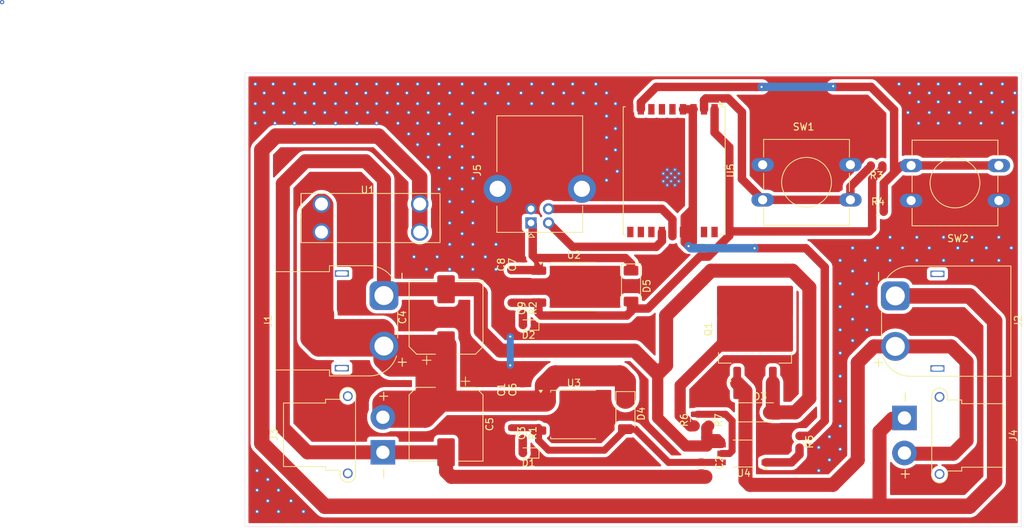
<source format=kicad_pcb>
(kicad_pcb (version 20240108) (generator "pcbnew") (generator_version "8.0")
  (layers (0 "F.Cu" signal) (31 "B.Cu" signal) (34 "B.Paste" user) (35 "F.Paste" user) (36 "B.SilkS" user "B.Silkscreen") (37 "F.SilkS" user "F.Silkscreen") (38 "B.Mask" user) (39 "F.Mask" user) (44 "Edge.Cuts" user))
  (net 0 "")
  (net 1 "+24V")
  (net 2 "+12V")
  (net 3 "GND1")
  (net 4 "+5V")
  (net 5 "+3.3V")
  (net 6 "Net-(D1-A)")
  (net 7 "Net-(D2-A)")
  (net 8 "-1")
  (net 9 "+1")
  (net 10 "USB+")
  (net 11 "GND")
  (net 12 "USB-")
  (net 13 "Net-(Q1-G)")
  (net 14 "Net-(U5-EN)")
  (net 15 "Net-(U5-IO9)")
  (net 16 "Net-(R5-Pad2)")
  (net 17 "Ps1")
  (net 18 "Net-(R6-Pad2)")
  (footprint "Resistor_SMD:R_0603_1608Metric" (layer "F.Cu") (at 177.6 98 -90)
    (property "Reference" "R5")
    (property "Value" "R")
  )
  (footprint "Resistor_SMD:R_0603_1608Metric" (layer "F.Cu") (at 138.2 78.95 -90)
    (property "Reference" "R2")
    (property "Value" "R")
  )
  (footprint "Connector_AMASS:AMASS_XT60PW-M_1x02_P7.20mm_Horizontal" (layer "F.Cu") (at 191.25 77.2 -90)
    (property "Reference" "J2")
    (property "Value" "Conn_01x02")
  )
  (footprint "Connector_USB:USB_B_Lumberg_2411_02_Horizontal" (layer "F.Cu") (at 139.35 66.7875 90)
    (property "Reference" "J5")
    (property "Value" "USB_B")
  )
  (footprint "Diode_SMD:D_SOD-128" (layer "F.Cu") (at 152.8 94 -90)
    (property "Reference" "D4")
    (property "Value" "D")
  )
  (footprint "Resistor_SMD:R_0603_1608Metric" (layer "F.Cu") (at 138.175 96.7575 -90)
    (property "Reference" "R1")
    (property "Value" "R")
  )
  (footprint "LED_SMD:LED_0603_1608Metric" (layer "F.Cu") (at 139 99.6 180)
    (property "Reference" "D1")
    (property "Value" "LED")
  )
  (footprint "Connector_AMASS:AMASS_XT30PW-F_1x02_P2.50mm_Horizontal" (layer "F.Cu") (at 192.55 94.6 -90)
    (property "Reference" "J4")
    (property "Value" "Conn_01x02")
  )
  (footprint "RF_Module:ESP32-C3-WROOM-02U" (layer "F.Cu") (at 159.5 59.34 -90)
    (property "Reference" "U5")
    (property "Value" "ESP32-C3-WROOM-02U")
  )
  (footprint "Capacitor_SMD:C_0603_1608Metric" (layer "F.Cu") (at 136.54 72.745 90)
    (property "Reference" "C8")
    (property "Value" "C")
  )
  (footprint "Capacitor_SMD:C_0603_1608Metric" (layer "F.Cu") (at 138.2 72.75 90)
    (property "Reference" "C7")
    (property "Value" "C")
  )
  (footprint "Connector_AMASS:AMASS_XT30PW-F_1x02_P2.50mm_Horizontal" (layer "F.Cu") (at 118.25 99.5 90)
    (property "Reference" "J3")
    (property "Value" "Conn_01x02")
  )
  (footprint "Resistor_SMD:R_0603_1608Metric" (layer "F.Cu") (at 188.575 58.6 180)
    (property "Reference" "R3")
    (property "Value" "R")
  )
  (footprint "Button_Switch_THT:SW_PUSH-12mm" (layer "F.Cu") (at 172.35 58.5)
    (property "Reference" "SW1")
    (property "Value" "SW_Push")
  )
  (footprint "Resistor_SMD:R_0603_1608Metric" (layer "F.Cu") (at 164.66 94.925 -90)
    (property "Reference" "R7")
    (property "Value" "R")
  )
  (footprint "Connector_AMASS:AMASS_XT60PW-F_1x02_P7.20mm_Horizontal" (layer "F.Cu") (at 118.4 77.15 90)
    (property "Reference" "J1")
    (property "Value" "Conn_01x02")
  )
  (footprint "Resistor_SMD:R_0603_1608Metric" (layer "F.Cu") (at 162.6 94.9 90)
    (property "Reference" "R6")
    (property "Value" "R")
  )
  (footprint "Capacitor_SMD:C_0603_1608Metric" (layer "F.Cu") (at 138.175 90.57 90)
    (property "Reference" "C6")
    (property "Value" "C")
  )
  (footprint "Resistor_SMD:R_0603_1608Metric" (layer "F.Cu") (at 188.775 65.2)
    (property "Reference" "R4")
    (property "Value" "R")
  )
  (footprint "Package_SO:MFSOP6-5_4.4x3.6mm_P1.27mm" (layer "F.Cu") (at 169.65 99.67 180)
    (property "Reference" "U4")
    (property "Value" "TLP137")
  )
  (footprint "Button_Switch_THT:SW_PUSH-12mm" (layer "F.Cu") (at 206 63.6 180)
    (property "Reference" "SW2")
    (property "Value" "SW_Push")
  )
  (footprint "Diode_SMD:D_SOD-128" (layer "F.Cu") (at 172 93.8)
    (property "Reference" "D3")
    (property "Value" "D")
  )
  (footprint "LED_SMD:LED_0603_1608Metric" (layer "F.Cu") (at 139 81.35 180)
    (property "Reference" "D2")
    (property "Value" "LED")
  )
  (footprint "Capacitor_SMD:C_0603_1608Metric" (layer "F.Cu") (at 136.6 78.95 -90)
    (property "Reference" "C9")
    (property "Value" "C")
  )
  (footprint "Capacitor_SMD:C_0603_1608Metric" (layer "F.Cu") (at 136.575 90.57 90)
    (property "Reference" "C1")
    (property "Value" "C")
  )
  (footprint "Library:XS-506A" (layer "F.Cu") (at 116.1 62.595)
    (property "Reference" "U1")
    (property "Value" "~")
  )
  (footprint "Capacitor_SMD:C_0603_1608Metric" (layer "F.Cu") (at 163.6 101.6 -90)
    (property "Reference" "C2")
    (property "Value" "C")
  )
  (footprint "Package_TO_SOT_SMD:TO-263-2" (layer "F.Cu") (at 171.26 81.95 90)
    (property "Reference" "Q1")
    (property "Value" "NMOS")
  )
  (footprint "Package_TO_SOT_SMD:TO-252-2" (layer "F.Cu") (at 145.465 94.12)
    (property "Reference" "U3")
    (property "Value" "L7812")
  )
  (footprint "Capacitor_SMD:CP_Elec_10x10" (layer "F.Cu") (at 127.25 95.5 -90)
    (property "Reference" "C5")
    (property "Value" "C_Polarized")
  )
  (footprint "Capacitor_SMD:CP_Elec_10x10" (layer "F.Cu") (at 127.25 80.25 90)
    (property "Reference" "C4")
    (property "Value" "C_Polarized")
  )
  (footprint "Capacitor_SMD:C_0603_1608Metric" (layer "F.Cu") (at 136.575 96.77 -90)
    (property "Reference" "C3")
    (property "Value" "C")
  )
  (footprint "Diode_SMD:D_SOD-128" (layer "F.Cu") (at 153.6 75.8 -90)
    (property "Reference" "D5")
    (property "Value" "D")
  )
  (footprint "Package_TO_SOT_SMD:TO-252-2" (layer "F.Cu") (at 145.465 75.875)
    (property "Reference" "U2")
    (property "Value" "LP2950-3.3_TO252")
  )
  (gr_rect (start 98.6 45.4) (end 209.2 110.1) (stroke (width 0.05)) (fill none) (layer "Edge.Cuts"))
  (via (at 64.008 35.306) (size 0.6) (drill 0.3) (layers "F.Cu" "B.Cu") (net 0))
  (segment (start 127.95 92.2) (end 126.55 92.2) (width 3) (layer "F.Cu") (net 1))
  (segment (start 118.5 84.25) (end 118.4 84.35) (width 3) (layer "F.Cu") (net 1))
  (segment (start 152 88.6) (end 152.8 89.4) (width 3) (layer "F.Cu") (net 1))
  (segment (start 118.2 82) (end 110.2 82) (width 3) (layer "F.Cu") (net 1))
  (segment (start 109.7 64.295) (end 109.5 64.095) (width 3) (layer "F.Cu") (net 1))
  (segment (start 118.4 84.35) (end 118.4 82.2) (width 3) (layer "F.Cu") (net 1))
  (segment (start 152.8 89.4) (end 152.8 91.8) (width 3) (layer "F.Cu") (net 1))
  (segment (start 109.8 81.6) (end 109.8 79.8) (width 3) (layer "F.Cu") (net 1))
  (segment (start 127.25 91.5) (end 127.95 92.2) (width 3) (layer "F.Cu") (net 1))
  (segment (start 109.5 64.095) (end 108 65.595) (width 3) (layer "F.Cu") (net 1))
  (segment (start 108 65.595) (end 108 83.2) (width 3) (layer "F.Cu") (net 1))
  (segment (start 118.4 82.2) (end 118.2 82) (width 3) (layer "F.Cu") (net 1))
  (segment (start 110.2 82) (end 109.8 81.6) (width 3) (layer "F.Cu") (net 1))
  (segment (start 109.7 79.7) (end 109.7 64.295) (width 3) (layer "F.Cu") (net 1))
  (segment (start 126.55 92.2) (end 124.25 94.5) (width 3) (layer "F.Cu") (net 1))
  (segment (start 124.4 92.2) (end 124.4 94.35) (width 3) (layer "F.Cu") (net 1))
  (segment (start 118.4 86.2) (end 119.4 87.2) (width 3) (layer "F.Cu") (net 1))
  (segment (start 119.4 87.2) (end 124.4 87.2) (width 3) (layer "F.Cu") (net 1))
  (segment (start 124.4 94.35) (end 124.25 94.5) (width 3) (layer "F.Cu") (net 1))
  (segment (start 124.4 84.25) (end 124.4 87.2) (width 3) (layer "F.Cu") (net 1))
  (segment (start 118.6 92.2) (end 124.4 92.2) (width 3) (layer "F.Cu") (net 1))
  (segment (start 127.25 84.25) (end 127.25 91.5) (width 3) (layer "F.Cu") (net 1))
  (segment (start 109.8 79.8) (end 109.7 79.7) (width 3) (layer "F.Cu") (net 1))
  (segment (start 118.4 84.35) (end 118.4 86.2) (width 3) (layer "F.Cu") (net 1))
  (segment (start 118.25 94.5) (end 124.25 94.5) (width 3) (layer "F.Cu") (net 1))
  (segment (start 124.4 84.25) (end 118.5 84.25) (width 3) (layer "F.Cu") (net 1))
  (segment (start 118.25 92.55) (end 118.6 92.2) (width 3) (layer "F.Cu") (net 1))
  (segment (start 142.8 88.6) (end 152 88.6) (width 3) (layer "F.Cu") (net 1))
  (segment (start 108 83.2) (end 109.15 84.35) (width 3) (layer "F.Cu") (net 1))
  (segment (start 127.95 92.2) (end 141.4 92.2) (width 3) (layer "F.Cu") (net 1))
  (segment (start 141.4 90) (end 142.8 88.6) (width 3) (layer "F.Cu") (net 1))
  (segment (start 118.25 94.5) (end 118.25 92.55) (width 3) (layer "F.Cu") (net 1))
  (segment (start 109.15 84.35) (end 118.4 84.35) (width 3) (layer "F.Cu") (net 1))
  (segment (start 127.25 84.25) (end 124.4 84.25) (width 3) (layer "F.Cu") (net 1))
  (segment (start 124.4 87.2) (end 124.4 92.2) (width 3) (layer "F.Cu") (net 1))
  (segment (start 141.4 92.2) (end 141.4 90) (width 3) (layer "F.Cu") (net 1))
  (segment (start 158.94 100.94) (end 166.5 100.94) (width 1) (layer "F.Cu") (net 2))
  (segment (start 136.575 95.995) (end 140.385 95.995) (width 1) (layer "F.Cu") (net 2))
  (segment (start 154.2 96.2) (end 158.94 100.94) (width 1) (layer "F.Cu") (net 2))
  (segment (start 140.425 97.775) (end 141.85 99.2) (width 1) (layer "F.Cu") (net 2))
  (segment (start 149.8 99.2) (end 152.8 96.2) (width 1) (layer "F.Cu") (net 2))
  (segment (start 152.8 96.2) (end 154.2 96.2) (width 1) (layer "F.Cu") (net 2))
  (segment (start 140.425 95.955) (end 140.425 97.775) (width 1) (layer "F.Cu") (net 2))
  (segment (start 141.85 99.2) (end 149.8 99.2) (width 1) (layer "F.Cu") (net 2))
  (segment (start 140.385 95.995) (end 140.425 95.955) (width 1) (layer "F.Cu") (net 2))
  (segment (start 119.3 76.25) (end 118.4 77.15) (width 2) (layer "F.Cu") (net 3))
  (segment (start 176.6 73.6) (end 165 73.6) (width 2) (layer "F.Cu") (net 3))
  (segment (start 127.25 102.25) (end 128 103) (width 2) (layer "F.Cu") (net 3))
  (segment (start 164.4 98.6) (end 161.4 98.6) (width 1.6) (layer "F.Cu") (net 3))
  (segment (start 164.4 97.4) (end 164.4 98.6) (width 1.6) (layer "F.Cu") (net 3))
  (segment (start 132.2 82.2) (end 132.2 76.8) (width 2) (layer "F.Cu") (net 3))
  (segment (start 131.65 76.25) (end 127.25 76.25) (width 2) (layer "F.Cu") (net 3))
  (segment (start 166 97.4) (end 164.4 97.4) (width 1) (layer "F.Cu") (net 3))
  (segment (start 157.4 88.3) (end 154.1 85) (width 2) (layer "F.Cu") (net 3))
  (segment (start 118.4 77.15) (end 118.4 60.6) (width 2) (layer "F.Cu") (net 3))
  (segment (start 135 85) (end 132.2 82.2) (width 2) (layer "F.Cu") (net 3))
  (segment (start 179 76) (end 176.6 73.6) (width 2) (layer "F.Cu") (net 3))
  (segment (start 173.8 93.4) (end 173.4 93.8) (width 2) (layer "F.Cu") (net 3))
  (segment (start 164.66 95.75) (end 164.4 96.01) (width 1.6) (layer "F.Cu") (net 3))
  (segment (start 158.6 87.1) (end 157.4 88.3) (width 2) (layer "F.Cu") (net 3))
  (segment (start 127.25 76.25) (end 119.3 76.25) (width 2) (layer "F.Cu") (net 3))
  (segment (start 166.5 97.9) (end 166 97.4) (width 1) (layer "F.Cu") (net 3))
  (segment (start 179 91.8) (end 179 76) (width 2) (layer "F.Cu") (net 3))
  (segment (start 165 73.6) (end 158.6 80) (width 2) (layer "F.Cu") (net 3))
  (segment (start 118.25 99.5) (end 127.25 99.5) (width 2) (layer "F.Cu") (net 3))
  (segment (start 104 61.2) (end 104 96) (width 2) (layer "F.Cu") (net 3))
  (segment (start 158.6 80) (end 158.6 87.1) (width 2) (layer "F.Cu") (net 3))
  (segment (start 164.6 98.4) (end 164.4 98.6) (width 1) (layer "F.Cu") (net 3))
  (segment (start 154.1 85) (end 135 85) (width 2) (layer "F.Cu") (net 3))
  (segment (start 115.8 58) (end 107.2 58) (width 2) (layer "F.Cu") (net 3))
  (segment (start 164.4 96.01) (end 164.4 97.4) (width 1.6) (layer "F.Cu") (net 3))
  (segment (start 118.4 60.6) (end 115.8 58) (width 2) (layer "F.Cu") (net 3))
  (segment (start 173.4 93.8) (end 177 93.8) (width 2) (layer "F.Cu") (net 3))
  (segment (start 166.5 98.4) (end 164.6 98.4) (width 1) (layer "F.Cu") (net 3))
  (segment (start 127.25 99.5) (end 127.25 102.25) (width 2) (layer "F.Cu") (net 3))
  (segment (start 161.4 98.6) (end 157.4 94.6) (width 1.6) (layer "F.Cu") (net 3))
  (segment (start 104 96) (end 107.5 99.5) (width 2) (layer "F.Cu") (net 3))
  (segment (start 157.4 94.6) (end 157.4 88.6) (width 1.6) (layer "F.Cu") (net 3))
  (segment (start 132.2 76.8) (end 131.65 76.25) (width 2) (layer "F.Cu") (net 3))
  (segment (start 166.5 98.4) (end 166.5 97.9) (width 1) (layer "F.Cu") (net 3))
  (segment (start 107.5 99.5) (end 118.25 99.5) (width 2) (layer "F.Cu") (net 3))
  (segment (start 128 103) (end 164.2 103) (width 2) (layer "F.Cu") (net 3))
  (segment (start 177 93.8) (end 179 91.8) (width 2) (layer "F.Cu") (net 3))
  (segment (start 107.2 58) (end 104 61.2) (width 2) (layer "F.Cu") (net 3))
  (segment (start 173.8 89.6) (end 173.8 93.4) (width 2) (layer "F.Cu") (net 3))
  (segment (start 136.54 73.52) (end 140.35 73.52) (width 1.2) (layer "F.Cu") (net 4))
  (segment (start 140.425 71.8) (end 140.425 73.595) (width 1.2) (layer "F.Cu") (net 4))
  (segment (start 139.6 67.0375) (end 139.6 71.444196) (width 1.2) (layer "F.Cu") (net 4))
  (segment (start 140.425 71.8) (end 152.8 71.8) (width 1.2) (layer "F.Cu") (net 4))
  (segment (start 139.6 71.444196) (end 140.425 72.269196) (width 1.2) (layer "F.Cu") (net 4))
  (segment (start 153.6 72.6) (end 153.6 73.6) (width 1.2) (layer "F.Cu") (net 4))
  (segment (start 139.35 66.7875) (end 139.6 67.0375) (width 1.2) (layer "F.Cu") (net 4))
  (segment (start 140.35 73.52) (end 140.425 73.595) (width 1.2) (layer "F.Cu") (net 4))
  (segment (start 140.425 72.269196) (end 140.425 73.6) (width 1.2) (layer "F.Cu") (net 4))
  (segment (start 152.8 71.8) (end 153.6 72.6) (width 1.2) (layer "F.Cu") (net 4))
  (segment (start 168 68) (end 187.524 68) (width 1.2) (layer "F.Cu") (net 5))
  (segment (start 140.425 79.625) (end 140.8 80) (width 1.2) (layer "F.Cu") (net 5))
  (segment (start 187.524 68) (end 187.96 67.564) (width 1.2) (layer "F.Cu") (net 5))
  (segment (start 153 80) (end 153.6 79.4) (width 1.2) (layer "F.Cu") (net 5))
  (segment (start 163.4 71.6) (end 156 79) (width 1.2) (layer "F.Cu") (net 5))
  (segment (start 189.4 59.075) (end 189.4 58.6) (width 1.2) (layer "F.Cu") (net 5))
  (segment (start 153.6 78) (end 153.6 78.8) (width 1.2) (layer "F.Cu") (net 5))
  (segment (start 153.6 79.4) (end 153.6 78) (width 1.2) (layer "F.Cu") (net 5))
  (segment (start 136.6 78.175) (end 140.405 78.175) (width 1.2) (layer "F.Cu") (net 5))
  (segment (start 156 79) (end 153.6 79) (width 1.2) (layer "F.Cu") (net 5))
  (segment (start 140.8 80) (end 153 80) (width 1.2) (layer "F.Cu") (net 5))
  (segment (start 187.95 60.525) (end 189.4 59.075) (width 1.2) (layer "F.Cu") (net 5))
  (segment (start 167.6 67.6) (end 168 68) (width 1.2) (layer "F.Cu") (net 5))
  (segment (start 167.6 68.6) (end 164.6 71.6) (width 1.2) (layer "F.Cu") (net 5))
  (segment (start 164.6 71.6) (end 163.4 71.6) (width 1.2) (layer "F.Cu") (net 5))
  (segment (start 140.405 78.175) (end 140.425 78.155) (width 1.2) (layer "F.Cu") (net 5))
  (segment (start 165.5 50.59) (end 165.5 53.9) (width 1.2) (layer "F.Cu") (net 5))
  (segment (start 187.95 67.554) (end 187.95 60.525) (width 1.2) (layer "F.Cu") (net 5))
  (segment (start 165.5 53.9) (end 167.6 56) (width 1.2) (layer "F.Cu") (net 5))
  (segment (start 167.6 56) (end 167.6 68.6) (width 1.2) (layer "F.Cu") (net 5))
  (segment (start 187.96 67.564) (end 187.95 67.554) (width 1.2) (layer "F.Cu") (net 5))
  (segment (start 140.425 78.155) (end 140.425 79.625) (width 1.2) (layer "F.Cu") (net 5))
  (segment (start 138.175 97.5825) (end 138.175 99.5625) (width 1.2) (layer "F.Cu") (net 6))
  (segment (start 138.175 99.5625) (end 138.2125 99.6) (width 1.2) (layer "F.Cu") (net 6))
  (segment (start 138.2 79.775) (end 138.2 81.3375) (width 1.2) (layer "F.Cu") (net 7))
  (segment (start 138.2 81.3375) (end 138.2125 81.35) (width 1.2) (layer "F.Cu") (net 7))
  (segment (start 185.9 86.7) (end 185.9 100.6) (width 2) (layer "F.Cu") (net 8))
  (segment (start 192.55 99.6) (end 192.65 99.7) (width 2) (layer "F.Cu") (net 8))
  (segment (start 192.65 99.7) (end 199.5 99.7) (width 2) (layer "F.Cu") (net 8))
  (segment (start 199.2 84.4) (end 191.25 84.4) (width 2) (layer "F.Cu") (net 8))
  (segment (start 185.9 100.6) (end 182.36 104.14) (width 2) (layer "F.Cu") (net 8))
  (segment (start 170.54 104.14) (end 169.9 103.5) (width 2) (layer "F.Cu") (net 8))
  (segment (start 188.2 84.4) (end 185.9 86.7) (width 2) (layer "F.Cu") (net 8))
  (segment (start 201.4 86.6) (end 199.2 84.4) (width 2) (layer "F.Cu") (net 8))
  (segment (start 201.4 97.8) (end 201.4 86.6) (width 2) (layer "F.Cu") (net 8))
  (segment (start 199.5 99.7) (end 201.4 97.8) (width 2) (layer "F.Cu") (net 8))
  (segment (start 191.25 84.4) (end 188.2 84.4) (width 2) (layer "F.Cu") (net 8))
  (segment (start 182.36 104.14) (end 170.54 104.14) (width 2) (layer "F.Cu") (net 8))
  (segment (start 169.9 90.78) (end 168.72 89.6) (width 2) (layer "F.Cu") (net 8))
  (segment (start 169.9 103.5) (end 169.9 90.78) (width 2) (layer "F.Cu") (net 8))
  (segment (start 103 54.4) (end 117.6 54.4) (width 2.2) (layer "F.Cu") (net 9))
  (segment (start 205.4 103.6) (end 201.812 107.188) (width 2.2) (layer "F.Cu") (net 9))
  (segment (start 189 96.55) (end 190.85 94.7) (width 2) (layer "F.Cu") (net 9))
  (segment (start 188.722 106.934) (end 189 106.656) (width 2) (layer "F.Cu") (net 9))
  (segment (start 189 106.656) (end 189 96.55) (width 2) (layer "F.Cu") (net 9))
  (segment (start 117.6 54.4) (end 123.5 60.3) (width 2.2) (layer "F.Cu") (net 9))
  (segment (start 109.982 107.188) (end 101 98.206) (width 2.2) (layer "F.Cu") (net 9))
  (segment (start 201.8 77.2) (end 205.4 80.8) (width 2.2) (layer "F.Cu") (net 9))
  (segment (start 201.812 107.188) (end 109.982 107.188) (width 2.2) (layer "F.Cu") (net 9))
  (segment (start 101 56.4) (end 103 54.4) (width 2.2) (layer "F.Cu") (net 9))
  (segment (start 123.5 60.3) (end 123.5 68.095) (width 2.2) (layer "F.Cu") (net 9))
  (segment (start 101 98.206) (end 101 56.4) (width 2.2) (layer "F.Cu") (net 9))
  (segment (start 205.4 80.8) (end 205.4 103.6) (width 2.2) (layer "F.Cu") (net 9))
  (segment (start 191.25 77.2) (end 201.8 77.2) (width 2.2) (layer "F.Cu") (net 9))
  (segment (start 159.5 66.3) (end 159.5 68.69) (width 1.2) (layer "F.Cu") (net 10))
  (segment (start 157.9875 64.7875) (end 159.5 66.3) (width 1.2) (layer "F.Cu") (net 10))
  (segment (start 141.85 64.7875) (end 157.9875 64.7875) (width 1.2) (layer "F.Cu") (net 10))
  (segment (start 172.8 58.4) (end 173 58.2) (width 1.2) (layer "F.Cu") (net 11))
  (via (at 105.664 46.99) (size 0.6) (drill 0.3) (layers "F.Cu" "B.Cu") (net 11))
  (via (at 197.358 52.578) (size 0.6) (drill 0.3) (layers "F.Cu" "B.Cu") (net 11))
  (via (at 108.458 52.578) (size 0.6) (drill 0.3) (layers "F.Cu" "B.Cu") (net 11))
  (via (at 205.994 72.136) (size 0.6) (drill 0.3) (layers "F.Cu" "B.Cu") (net 11))
  (via (at 124.714 51.054) (size 0.6) (drill 0.3) (layers "F.Cu" "B.Cu") (net 11))
  (via (at 202.184 68.834) (size 0.6) (drill 0.3) (layers "F.Cu" "B.Cu") (net 11))
  (via (at 126.238 49.784) (size 0.6) (drill 0.3) (layers "F.Cu" "B.Cu") (net 11))
  (via (at 117.348 46.99) (size 0.6) (drill 0.3) (layers "F.Cu" "B.Cu") (net 11))
  (via (at 203.454 52.578) (size 0.6) (drill 0.3) (layers "F.Cu" "B.Cu") (net 11))
  (via (at 123.19 49.784) (size 0.6) (drill 0.3) (layers "F.Cu" "B.Cu") (net 11))
  (via (at 116.078 51.054) (size 0.6) (drill 0.3) (layers "F.Cu" "B.Cu") (net 11))
  (via (at 126.238 55.626) (size 0.6) (drill 0.3) (layers "F.Cu" "B.Cu") (net 11))
  (via (at 129.54 71.628) (size 0.6) (drill 0.3) (layers "F.Cu" "B.Cu") (net 11))
  (via (at 198.882 48.26) (size 0.6) (drill 0.3) (layers "F.Cu" "B.Cu") (net 11))
  (via (at 123.19 52.578) (size 0.6) (drill 0.3) (layers "F.Cu" "B.Cu") (net 11))
  (via (at 132.842 46.99) (size 0.6) (drill 0.3) (layers "F.Cu" "B.Cu") (net 11))
  (via (at 131.064 60.452) (size 0.6) (drill 0.3) (layers "F.Cu" "B.Cu") (net 11))
  (via (at 134.366 73.406) (size 0.6) (drill 0.3) (layers "F.Cu" "B.Cu") (net 11))
  (via (at 117.348 52.578) (size 0.6) (drill 0.3) (layers "F.Cu" "B.Cu") (net 11))
  (via (at 103.378 104.902) (size 0.6) (drill 0.3) (layers "F.Cu" "B.Cu") (net 11))
  (via (at 191.77 46.99) (size 0.6) (drill 0.3) (layers "F.Cu" "B.Cu") (net 11))
  (via (at 148.59 49.784) (size 0.6) (drill 0.3) (layers "F.Cu" "B.Cu") (net 11))
  (via (at 196.088 48.26) (size 0.6) (drill 0.3) (layers "F.Cu" "B.Cu") (net 11))
  (via (at 129.54 65.278) (size 0.6) (drill 0.3) (layers "F.Cu" "B.Cu") (net 11))
  (via (at 129.54 68.326) (size 0.6) (drill 0.3) (layers "F.Cu" "B.Cu") (net 11))
  (via (at 202.184 72.136) (size 0.6) (drill 0.3) (layers "F.Cu" "B.Cu") (net 11))
  (via (at 150.114 60.706) (size 0.6) (drill 0.3) (layers "F.Cu" "B.Cu") (net 11))
  (via (at 111.506 49.784) (size 0.6) (drill 0.3) (layers "F.Cu" "B.Cu") (net 11))
  (via (at 186.944 72.136) (size 0.6) (drill 0.3) (layers "F.Cu" "B.Cu") (net 11))
  (via (at 131.064 66.802) (size 0.6) (drill 0.3) (layers "F.Cu" "B.Cu") (net 11))
  (via (at 127.762 60.452) (size 0.6) (drill 0.3) (layers "F.Cu" "B.Cu") (net 11))
  (via (at 127.762 57.404) (size 0.6) (drill 0.3) (layers "F.Cu" "B.Cu") (net 11))
  (via (at 109.982 51.054) (size 0.6) (drill 0.3) (layers "F.Cu" "B.Cu") (net 11))
  (via (at 107.188 48.26) (size 0.6) (drill 0.3) (layers "F.Cu" "B.Cu") (net 11))
  (via (at 100.076 49.784) (size 0.6) (drill 0.3) (layers "F.Cu" "B.Cu") (net 11))
  (via (at 129.54 58.928) (size 0.6) (drill 0.3) (layers "F.Cu" "B.Cu") (net 11))
  (via (at 187.198 82.042) (size 0.6) (drill 0.3) (layers "F.Cu" "B.Cu") (net 11))
  (via (at 105.664 49.784) (size 0.6) (drill 0.3) (layers "F.Cu" "B.Cu") (net 11))
  (via (at 197.358 46.99) (size 0.6) (drill 0.3) (layers "F.Cu" "B.Cu") (net 11))
  (via (at 120.396 49.784) (size 0.6) (drill 0.3) (layers "F.Cu" "B.Cu") (net 11))
  (via (at 180.34 98.806) (size 0.6) (drill 0.3) (layers "F.Cu" "B.Cu") (net 11))
  (via (at 100.076 46.99) (size 0.6) (drill 0.3) (layers "F.Cu" "B.Cu") (net 11))
  (via (at 204.978 51.054) (size 0.6) (drill 0.3) (layers "F.Cu" "B.Cu") (net 11))
  (via (at 118.872 51.054) (size 0.6) (drill 0.3) (layers "F.Cu" "B.Cu") (net 11))
  (via (at 132.842 49.784) (size 0.6) (drill 0.3) (layers "F.Cu" "B.Cu") (net 11))
  (via (at 183.388 82.042) (size 0.6) (drill 0.3) (layers "F.Cu" "B.Cu") (net 11))
  (via (at 206.502 46.99) (size 0.6) (drill 0.3) (layers "F.Cu" "B.Cu") (net 11))
  (via (at 196.088 51.054) (size 0.6) (drill 0.3) (layers "F.Cu" "B.Cu") (net 11))
  (via (at 129.54 52.578) (size 0.6) (drill 0.3) (layers "F.Cu" "B.Cu") (net 11))
  (via (at 180.34 102.108) (size 0.6) (drill 0.3) (layers "F.Cu" "B.Cu") (net 11))
  (via (at 193.294 48.26) (size 0.6) (drill 0.3) (layers "F.Cu" "B.Cu") (net 11))
  (via (at 127.762 54.102) (size 0.6) (drill 0.3) (layers "F.Cu" "B.Cu") (net 11))
  (via (at 185.166 83.566) (size 0.6) (drill 0.3) (layers "F.Cu" "B.Cu") (net 11))
  (via (at 126.238 58.928) (size 0.6) (drill 0.3) (layers "F.Cu" "B.Cu") (net 11))
  (via (at 183.388 85.344) (size 0.6) (drill 0.3) (layers "F.Cu" "B.Cu") (net 11))
  (via (at 131.064 69.85) (size 0.6) (drill 0.3) (layers "F.Cu" "B.Cu") (net 11))
  (via (at 101.854 106.426) (size 0.6) (drill 0.3) (layers "F.Cu" "B.Cu") (net 11))
  (via (at 198.12 68.834) (size 0.6) (drill 0.3) (layers "F.Cu" "B.Cu") (net 11))
  (via (at 139.446 49.784) (size 0.6) (drill 0.3) (layers "F.Cu" "B.Cu") (net 11))
  (via (at 204.978 48.26) (size 0.6) (drill 0.3) (layers "F.Cu" "B.Cu") (net 11))
  (via (at 136.4 83) (size 0.6) (drill 0.3) (layers "F.Cu" "B.Cu") (net 11))
  (via (at 111.506 52.578) (size 0.6) (drill 0.3) (layers "F.Cu" "B.Cu") (net 11))
  (via (at 148.59 46.99) (size 0.6) (drill 0.3) (layers "F.Cu" "B.Cu") (net 11))
  (via (at 109.982 48.26) (size 0.6) (drill 0.3) (layers "F.Cu" "B.Cu") (net 11))
  (via (at 205.994 68.834) (size 0.6) (drill 0.3) (layers "F.Cu" "B.Cu") (net 11))
  (via (at 183.388 78.74) (size 0.6) (drill 0.3) (layers "F.Cu" "B.Cu") (net 11))
  (via (at 107.188 51.054) (size 0.6) (drill 0.3) (layers "F.Cu" "B.Cu") (net 11))
  (via (at 105.156 106.426) (size 0.6) (drill 0.3) (layers "F.Cu" "B.Cu") (net 11))
  (via (at 188.722 70.358) (size 0.6) (drill 0.3) (layers "F.Cu" "B.Cu") (net 11))
  (via (at 150.114 48.26) (size 0.6) (drill 0.3) (layers "F.Cu" "B.Cu") (net 11))
  (via (at 192.278 70.358) (size 0.6) (drill 0.3) (layers "F.Cu" "B.Cu") (net 11))
  (via (at 131.064 54.102) (size 0.6) (drill 0.3) (layers "F.Cu" "B.Cu") (net 11))
  (via (at 127.762 63.754) (size 0.6) (drill 0.3) (layers "F.Cu" "B.Cu") (net 11))
  (via (at 181.864 100.584) (size 0.6) (drill 0.3) (layers "F.Cu" "B.Cu") (net 11))
  (via (at 131.064 57.404) (size 0.6) (drill 0.3) (layers "F.Cu" "B.Cu") (net 11))
  (via (at 200.152 70.358) (size 0.6) (drill 0.3) (layers "F.Cu" "B.Cu") (net 11))
  (via (at 111.506 46.99) (size 0.6) (drill 0.3) (layers "F.Cu" "B.Cu") (net 11))
  (via (at 196.088 70.358) (size 0.6) (drill 0.3) (layers "F.Cu" "B.Cu") (net 11))
  (via (at 134.62 48.26) (size 0.6) (drill 0.3) (layers "F.Cu" "B.Cu") (net 11))
  (via (at 183.388 88.646) (size 0.6) (drill 0.3) (layers "F.Cu" "B.Cu") (net 11))
  (via (at 146.812 48.26) (size 0.6) (drill 0.3) (layers "F.Cu" "B.Cu") (net 11))
  (via (at 194.564 46.99) (size 0.6) (drill 0.3) (layers "F.Cu" "B.Cu") (net 11))
  (via (at 127.762 69.85) (size 0.6) (drill 0.3) (layers "F.Cu" "B.Cu") (net 11))
  (via (at 118.872 48.26) (size 0.6) (drill 0.3) (layers "F.Cu" "B.Cu") (net 11))
  (via (at 150.114 57.658) (size 0.6) (drill 0.3) (layers "F.Cu" "B.Cu") (net 11))
  (via (at 145.288 49.784) (size 0.6) (drill 0.3) (layers "F.Cu" "B.Cu") (net 11))
  (via (at 206.502 52.578) (size 0.6) (drill 0.3) (layers "F.Cu" "B.Cu") (net 11))
  (via (at 121.666 48.26) (size 0.6) (drill 0.3) (layers "F.Cu" "B.Cu") (net 11))
  (via (at 198.882 51.054) (size 0.6) (drill 0.3) (layers "F.Cu" "B.Cu") (net 11))
  (via (at 124.714 54.102) (size 0.6) (drill 0.3) (layers "F.Cu" "B.Cu") (net 11))
  (via (at 127.762 51.308) (size 0.6) (drill 0.3) (layers "F.Cu" "B.Cu") (net 11))
  (via (at 204.216 70.358) (size 0.6) (drill 0.3) (layers "F.Cu" "B.Cu") (net 11))
  (via (at 122.682 71.628) (size 0.6) (drill 0.3) (layers "F.Cu" "B.Cu") (net 11))
  (via (at 187.198 78.74) (size 0.6) (drill 0.3) (layers "F.Cu" "B.Cu") (net 11))
  (via (at 150.114 51.562) (size 0.6) (drill 0.3) (layers "F.Cu" "B.Cu") (net 11))
  (via (at 131.064 48.26) (size 0.6) (drill 0.3) (layers "F.Cu" "B.Cu") (net 11))
  (via (at 125.984 71.628) (size 0.6) (drill 0.3) (layers "F.Cu" "B.Cu") (net 11))
  (via (at 139.446 46.99) (size 0.6) (drill 0.3) (layers "F.Cu" "B.Cu") (net 11))
  (via (at 104.14 51.054) (size 0.6) (drill 0.3) (layers "F.Cu" "B.Cu") (net 11))
  (via (at 121.92 51.054) (size 0.6) (drill 0.3) (layers "F.Cu" "B.Cu") (net 11))
  (via (at 127.762 73.406) (size 0.6) (drill 0.3) (layers "F.Cu" "B.Cu") (net 11))
  (via (at 194.564 52.578) (size 0.6) (drill 0.3) (layers "F.Cu" "B.Cu") (net 11))
  (via (at 113.03 51.054) (size 0.6) (drill 0.3) (layers "F.Cu" "B.Cu") (net 11))
  (via (at 106.934 107.95) (size 0.6) (drill 0.3) (layers "F.Cu" "B.Cu") (net 11))
  (via (at 104.14 48.26) (size 0.6) (drill 0.3) (layers "F.Cu" "B.Cu") (net 11))
  (via (at 197.358 49.53) (size 0.6) (drill 0.3) (layers "F.Cu" "B.Cu") (net 11))
  (via (at 108.458 46.99) (size 0.6) (drill 0.3) (layers "F.Cu" "B.Cu") (net 11))
  (via (at 120.396 52.578) (size 0.6) (drill 0.3) (layers "F.Cu" "B.Cu") (net 11))
  (via (at 183.388 95.758) (size 0.6) (drill 0.3) (layers "F.Cu" "B.Cu") (net 11))
  (via (at 100.076 52.578) (size 0.6) (drill 0.3) (layers "F.Cu" "B.Cu") (net 11))
  (via (at 129.54 61.976) (size 0.6) (drill 0.3) (layers "F.Cu" "B.Cu") (net 11))
  (via (at 105.664 52.578) (size 0.6) (drill 0.3) (layers "F.Cu" "B.Cu") (net 11))
  (via (at 193.04 51.054) (size 0.6) (drill 0.3) (layers "F.Cu" "B.Cu") (net 11))
  (via (at 183.388 72.136) (size 0.6) (drill 0.3) (layers "F.Cu" "B.Cu") (net 11))
  (via (at 132.842 71.628) (size 0.6) (drill 0.3) (layers "F.Cu" "B.Cu") (net 11))
  (via (at 206.502 49.53) (size 0.6) (drill 0.3) (layers "F.Cu" "B.Cu") (net 11))
  (via (at 102.616 46.99) (size 0.6) (drill 0.3) (layers "F.Cu" "B.Cu") (net 11))
  (via (at 134.366 69.85) (size 0.6) (drill 0.3) (layers "F.Cu" "B.Cu") (net 11))
  (via (at 194.31 72.136) (size 0.6) (drill 0.3) (layers "F.Cu" "B.Cu") (net 11))
  (via (at 114.554 52.578) (size 0.6) (drill 0.3) (layers "F.Cu" "B.Cu") (net 11))
  (via (at 129.54 55.88) (size 0.6) (drill 0.3) (layers "F.Cu" "B.Cu") (net 11))
  (via (at 100.33 102.108) (size 0.6) (drill 0.3) (layers "F.Cu" "B.Cu") (net 11))
  (via (at 194.564 49.53) (size 0.6) (drill 0.3) (layers "F.Cu" "B.Cu") (net 11))
  (via (at 124.714 57.404) (size 0.6) (drill 0.3) (layers "F.Cu" "B.Cu") (net 11))
  (via (at 100.33 104.902) (size 0.6) (drill 0.3) (layers "F.Cu" "B.Cu") (net 11))
  (via (at 151.638 59.436) (size 0.6) (drill 0.3) (layers "F.Cu" "B.Cu") (net 11))
  (via (at 183.388 92.202) (size 0.6) (drill 0.3) (layers "F.Cu" "B.Cu") (net 11))
  (via (at 101.346 51.054) (size 0.6) (drill 0.3) (layers "F.Cu" "B.Cu") (net 11))
  (via (at 123.19 55.626) (size 0.6) (drill 0.3) (layers "F.Cu" "B.Cu") (net 11))
  (via (at 136.4 87.1) (size 0.6) (drill 0.3) (layers "F.Cu" "B.Cu") (net 11))
  (via (at 208.28 48.26) (size 0.6) (drill 0.3) (layers "F.Cu" "B.Cu") (net 11))
  (via (at 201.93 48.26) (size 0.6) (drill 0.3) (layers "F.Cu" "B.Cu") (net 11))
  (via (at 183.388 99.06) (size 0.6) (drill 0.3) (layers "F.Cu" "B.Cu") (net 11))
  (via (at 121.92 54.102) (size 0.6) (drill 0.3) (layers "F.Cu" "B.Cu") (net 11))
  (via (at 200.406 46.99) (size 0.6) (drill 0.3) (layers "F.Cu" "B.Cu") (net 11))
  (via (at 101.346 48.26) (size 0.6) (drill 0.3) (layers "F.Cu" "B.Cu") (net 11))
  (via (at 144.018 48.26) (size 0.6) (drill 0.3) (layers "F.Cu" "B.Cu") (net 11))
  (via (at 127.762 48.26) (size 0.6) (drill 0.3) (layers "F.Cu" "B.Cu") (net 11))
  (via (at 124.714 48.26) (size 0.6) (drill 0.3) (layers "F.Cu" "B.Cu") (net 11))
  (via (at 187.198 75.438) (size 0.6) (drill 0.3) (layers "F.Cu" "B.Cu") (net 11))
  (via (at 185.166 73.66) (size 0.6) (drill 0.3) (layers "F.Cu" "B.Cu") (net 11))
  (via (at 124.46 73.406) (size 0.6) (drill 0.3) (layers "F.Cu" "B.Cu") (net 11))
  (via (at 181.864 97.282) (size 0.6) (drill 0.3) (layers "F.Cu" "B.Cu") (net 11))
  (via (at 185.166 70.358) (size 0.6) (drill 0.3) (layers "F.Cu" "B.Cu") (net 11))
  (via (at 203.454 46.99) (size 0.6) (drill 0.3) (layers "F.Cu" "B.Cu") (net 11))
  (via (at 103.378 107.95) (size 0.6) (drill 0.3) (layers "F.Cu" "B.Cu") (net 11))
  (via (at 129.54 49.784) (size 0.6) (drill 0.3) (layers "F.Cu" "B.Cu") (net 11))
  (via (at 151.384 49.784) (size 0.6) (drill 0.3) (layers "F.Cu" "B.Cu") (net 11))
  (via (at 131.064 63.754) (size 0.6) (drill 0.3) (layers "F.Cu" "B.Cu") (net 11))
  (via (at 198.12 72.136) (size 0.6) (drill 0.3) (layers "F.Cu" "B.Cu") (net 11))
  (via (at 151.384 56.388) (size 0.6) (drill 0.3) (layers "F.Cu" "B.Cu") (net 11))
  (via (at 183.388 75.438) (size 0.6) (drill 0.3) (layers "F.Cu" "B.Cu") (net 11))
  (via (at 108.458 49.784) (size 0.6) (drill 0.3) (layers "F.Cu" "B.Cu") (net 11))
  (via (at 201.93 51.054) (size 0.6) (drill 0.3) (layers "F.Cu" "B.Cu") (net 11))
  (via (at 126.238 46.99) (size 0.6) (drill 0.3) (layers "F.Cu" "B.Cu") (net 11))
  (via (at 140.97 48.26) (size 0.6) (drill 0.3) (layers "F.Cu" "B.Cu") (net 11))
  (via (at 127.762 66.802) (size 0.6) (drill 0.3) (layers "F.Cu" "B.Cu") (net 11))
  (via (at 194.31 68.834) (size 0.6) (drill 0.3) (layers "F.Cu" "B.Cu") (net 11))
  (via (at 200.406 49.53) (size 0.6) (drill 0.3) (layers "F.Cu" "B.Cu") (net 11))
  (via (at 123.19 46.99) (size 0.6) (drill 0.3) (layers "F.Cu" "B.Cu") (net 11))
  (via (at 142.494 49.784) (size 0.6) (drill 0.3) (layers "F.Cu" "B.Cu") (net 11))
  (via (at 131.064 73.406) (size 0.6) (drill 0.3) (layers "F.Cu" "B.Cu") (net 11))
  (via (at 185.166 76.962) (size 0.6) (drill 0.3) (layers "F.Cu" "B.Cu") (net 11))
  (via (at 185.166 80.518) (size 0.6) (drill 0.3) (layers "F.Cu" "B.Cu") (net 11))
  (via (at 190.5 68.834) (size 0.6) (drill 0.3) (layers "F.Cu" "B.Cu") (net 11))
  (via (at 113.03 48.26) (size 0.6) (drill 0.3) (layers "F.Cu" "B.Cu") (net 11))
  (via (at 126.238 61.976) (size 0.6) (drill 0.3) (layers "F.Cu" "B.Cu") (net 11))
  (via (at 102.616 49.784) (size 0.6) (drill 0.3) (layers "F.Cu" "B.Cu") (net 11))
  (via (at 151.384 53.34) (size 0.6) (drill 0.3) (layers "F.Cu" "B.Cu") (net 11))
  (via (at 137.922 48.26) (size 0.6) (drill 0.3) (layers "F.Cu" "B.Cu") (net 11))
  (via (at 208.026 51.054) (size 0.6) (drill 0.3) (layers "F.Cu" "B.Cu") (net 11))
  (via (at 114.554 49.784) (size 0.6) (drill 0.3) (layers "F.Cu" "B.Cu") (net 11))
  (via (at 102.87 52.578) (size 0.6) (drill 0.3) (layers "F.Cu" "B.Cu") (net 11))
  (via (at 101.854 103.378) (size 0.6) (drill 0.3) (layers "F.Cu" "B.Cu") (net 11))
  (via (at 190.5 72.136) (size 0.6) (drill 0.3) (layers "F.Cu" "B.Cu") (net 11))
  (via (at 136.144 49.784) (size 0.6) (drill 0.3) (layers "F.Cu" "B.Cu") (net 11))
  (via (at 126.238 52.578) (size 0.6) (drill 0.3) (layers "F.Cu" "B.Cu") (net 11))
  (via (at 114.554 46.99) (size 0.6) (drill 0.3) (layers "F.Cu" "B.Cu") (net 11))
  (via (at 115.824 48.26) (size 0.6) (drill 0.3) (layers "F.Cu" "B.Cu") (net 11))
  (via (at 131.064 51.054) (size 0.6) (drill 0.3) (layers "F.Cu" "B.Cu") (net 11))
  (via (at 117.348 49.784) (size 0.6) (drill 0.3) (layers "F.Cu" "B.Cu") (net 11))
  (via (at 150.114 54.61) (size 0.6) (drill 0.3) (layers "F.Cu" "B.Cu") (net 11))
  (via (at 145.288 46.99) (size 0.6) (drill 0.3) (layers "F.Cu" "B.Cu") (net 11))
  (via (at 203.454 49.53) (size 0.6) (drill 0.3) (layers "F.Cu" "B.Cu") (net 11))
  (via (at 207.772 70.358) (size 0.6) (drill 0.3) (layers "F.Cu" "B.Cu") (net 11))
  (via (at 200.406 52.578) (size 0.6) (drill 0.3) (layers "F.Cu" "B.Cu") (net 11))
  (via (at 120.396 46.99) (size 0.6) (drill 0.3) (layers "F.Cu" "B.Cu") (net 11))
  (via (at 100.33 107.95) (size 0.6) (drill 0.3) (layers "F.Cu" "B.Cu") (net 11))
  (via (at 142.494 46.99) (size 0.6) (drill 0.3) (layers "F.Cu" "B.Cu") (net 11))
  (via (at 136.144 46.99) (size 0.6) (drill 0.3) (layers "F.Cu" "B.Cu") (net 11))
  (via (at 129.54 46.99) (size 0.6) (drill 0.3) (layers "F.Cu" "B.Cu") (net 11))
  (segment (start 136.4 83) (end 136.4 87.1) (width 1) (layer "B.Cu") (net 11))
  (segment (start 141.85 66.7875) (end 145.2625 70.2) (width 1.2) (layer "F.Cu") (net 12))
  (segment (start 158 69.39) (end 158 68.09) (width 1.2) (layer "F.Cu") (net 12))
  (segment (start 157.19 70.2) (end 158 69.39) (width 1.2) (layer "F.Cu") (net 12))
  (segment (start 145.2625 70.2) (end 157.19 70.2) (width 1.2) (layer "F.Cu") (net 12))
  (segment (start 160.6 89.96) (end 160.6 94.252598) (width 1.6) (layer "F.Cu") (net 13))
  (segment (start 168.685 81.875) (end 160.6 89.96) (width 1.6) (layer "F.Cu") (net 13))
  (segment (start 168.685 81.875) (end 168.685 82.315) (width 1) (layer "F.Cu") (net 13))
  (segment (start 162.072402 95.725) (end 162.6 95.725) (width 1.6) (layer "F.Cu") (net 13))
  (segment (start 160.6 94.252598) (end 162.072402 95.725) (width 1.6) (layer "F.Cu") (net 13))
  (segment (start 164.25 49.04) (end 167.44 49.04) (width 1.2) (layer "F.Cu") (net 14))
  (segment (start 172.35 63.5) (end 184.85 63.5) (width 1.2) (layer "F.Cu") (net 14))
  (segment (start 169.4 51) (end 169.4 60.55) (width 1.2) (layer "F.Cu") (net 14))
  (segment (start 169.4 60.55) (end 172.35 63.5) (width 1.2) (layer "F.Cu") (net 14))
  (segment (start 164 50.59) (end 164 49.29) (width 1.2) (layer "F.Cu") (net 14))
  (segment (start 184.85 63.5) (end 184.85 61.624874) (width 1.2) (layer "F.Cu") (net 14))
  (segment (start 164 49.29) (end 164.25 49.04) (width 1.2) (layer "F.Cu") (net 14))
  (segment (start 187.75 58.724874) (end 187.75 58.6) (width 1.2) (layer "F.Cu") (net 14))
  (segment (start 167.44 49.04) (end 169.4 51) (width 1.2) (layer "F.Cu") (net 14))
  (segment (start 184.85 61.624874) (end 187.75 58.724874) (width 1.2) (layer "F.Cu") (net 14))
  (segment (start 206 58.6) (end 193.5 58.6) (width 1.2) (layer "F.Cu") (net 15))
  (segment (start 193.5 58.6) (end 192.15 58.6) (width 1.2) (layer "F.Cu") (net 15))
  (segment (start 187.8 47.4) (end 191.075 50.675) (width 1.2) (layer "F.Cu") (net 15))
  (segment (start 191.075 50.675) (end 191.075 59.675) (width 1.2) (layer "F.Cu") (net 15))
  (segment (start 155 49.6) (end 155 50.59) (width 1.2) (layer "F.Cu") (net 15))
  (segment (start 189.6 61.15) (end 189.6 65.2) (width 1.2) (layer "F.Cu") (net 15))
  (segment (start 182.5 47.4) (end 187.8 47.4) (width 1.2) (layer "F.Cu") (net 15))
  (segment (start 191.075 59.675) (end 189.6 61.15) (width 1.2) (layer "F.Cu") (net 15))
  (segment (start 192.15 58.6) (end 191.075 59.675) (width 1.2) (layer "F.Cu") (net 15))
  (segment (start 172.2 47.4) (end 157.2 47.4) (width 1.2) (layer "F.Cu") (net 15))
  (segment (start 157.2 47.4) (end 155 49.6) (width 1.2) (layer "F.Cu") (net 15))
  (via (at 182.4 47.3) (size 0.6) (drill 0.3) (layers "F.Cu" "B.Cu") (net 15))
  (via (at 172.2 47.4) (size 0.6) (drill 0.3) (layers "F.Cu" "B.Cu") (net 15))
  (segment (start 182.3 47.4) (end 172.2 47.4) (width 1.2) (layer "B.Cu") (net 15))
  (segment (start 172.8 100.94) (end 176.46 100.94) (width 1.2) (layer "F.Cu") (net 16))
  (segment (start 176.46 100.94) (end 177.6 99.8) (width 1.2) (layer "F.Cu") (net 16))
  (segment (start 177.6 99.8) (end 177.6 98.825) (width 1.2) (layer "F.Cu") (net 16))
  (segment (start 161.8 70.1) (end 161.25 69.55) (width 1.2) (layer "F.Cu") (net 17))
  (segment (start 181.2 95) (end 179.05 97.15) (width 1.2) (layer "F.Cu") (net 17))
  (segment (start 178.5 70.4) (end 181.2 73.1) (width 1.2) (layer "F.Cu") (net 17))
  (segment (start 162.4 64.8) (end 162.4 66) (width 1.2) (layer "F.Cu") (net 17))
  (segment (start 181.2 73.1) (end 181.2 95) (width 1.2) (layer "F.Cu") (net 17))
  (segment (start 161 50.59) (end 162.5 50.59) (width 1.2) (layer "F.Cu") (net 17))
  (segment (start 177.625 97.15) (end 177.6 97.175) (width 1.2) (layer "F.Cu") (net 17))
  (segment (start 161.25 65.95) (end 162.4 64.8) (width 1.2) (layer "F.Cu") (net 17))
  (segment (start 162.4 66) (end 162.4 69.5) (width 1.2) (layer "F.Cu") (net 17))
  (segment (start 162.4 50.69) (end 162.4 66) (width 1.2) (layer "F.Cu") (net 17))
  (segment (start 162.4 69.5) (end 161.8 70.1) (width 1.2) (layer "F.Cu") (net 17))
  (segment (start 161.25 69.55) (end 161.25 65.95) (width 1.2) (layer "F.Cu") (net 17))
  (segment (start 179.05 97.15) (end 177.625 97.15) (width 1.2) (layer "F.Cu") (net 17))
  (segment (start 171.2 70.4) (end 178.5 70.4) (width 1.2) (layer "F.Cu") (net 17))
  (segment (start 162.5 50.59) (end 162.4 50.69) (width 1.2) (layer "F.Cu") (net 17))
  (via (at 161.8 70.1) (size 0.6) (drill 0.3) (layers "F.Cu" "B.Cu") (net 17))
  (via (at 171.2 70.4) (size 0.6) (drill 0.3) (layers "F.Cu" "B.Cu") (net 17))
  (segment (start 161.8 70.1) (end 162.1 70.4) (width 1.2) (layer "B.Cu") (net 17))
  (segment (start 162.1 70.4) (end 164 70.4) (width 1.2) (layer "B.Cu") (net 17))
  (segment (start 171.2 70.4) (end 162.1 70.4) (width 1.2) (layer "B.Cu") (net 17))
  (segment (start 168 99.3) (end 167.63 99.67) (width 1) (layer "F.Cu") (net 18))
  (segment (start 168 95) (end 168 99.3) (width 1) (layer "F.Cu") (net 18))
  (segment (start 167.63 99.67) (end 166.5 99.67) (width 1) (layer "F.Cu") (net 18))
  (segment (start 167.075 94.075) (end 168 95) (width 1) (layer "F.Cu") (net 18))
  (segment (start 163.06 94.075) (end 167.075 94.075) (width 1) (layer "F.Cu") (net 18))
  (zone (net 11) (net_name "GND") (layer "F.Cu") (connect_pads yes (clearance 0.5)) (min_thickness 0.25) (fill yes (thermal_gap 0.5) (thermal_bridge_width 0.5))
    (polygon (pts (xy 98.7 45.6) (xy 98.7 110.3) (xy 209.3 109.9) (xy 209.3 45.2)))
  )
)
</source>
